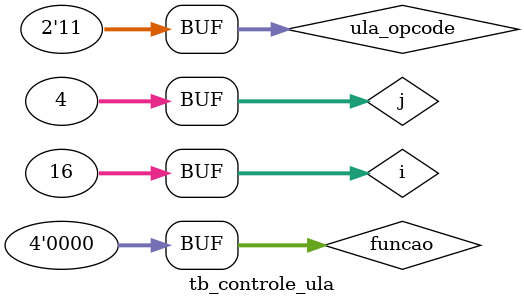
<source format=v>
`timescale 1ns/1ps

module tb_controle_ula;

    reg [1:0] ula_opcode;
    reg [3:0] funcao;
    wire [2:0] ula_control;
    wire controle_jr;

    integer i, j;

    initial begin
        $dumpfile("tb_controle_ula.vcd");
        $dumpvars(0,tb_controle_ula);
    end

    controle_ula controle_ula (ula_opcode, funcao, controle_jr, ula_control);
    
    initial begin
        /* Testa todas as combinacoes de opcode e funcao */
        
        ula_opcode = 2'b11;
        funcao = 4'b0;
        for (j=0; j<4; j=j+1) begin
            ula_opcode = ula_opcode + 1;
            for (i=0; i<16; i=i+1) begin
                #2;
                funcao = funcao + 1;
            end
            #2;
            funcao = 0;

        end
    end 

    initial begin
        $monitor("ula_opcode = %b | funcao = %b | ula_control = %b | controle_jr = %b", 
                    ula_opcode, funcao, ula_control, controle_jr);
    end
    
endmodule
</source>
